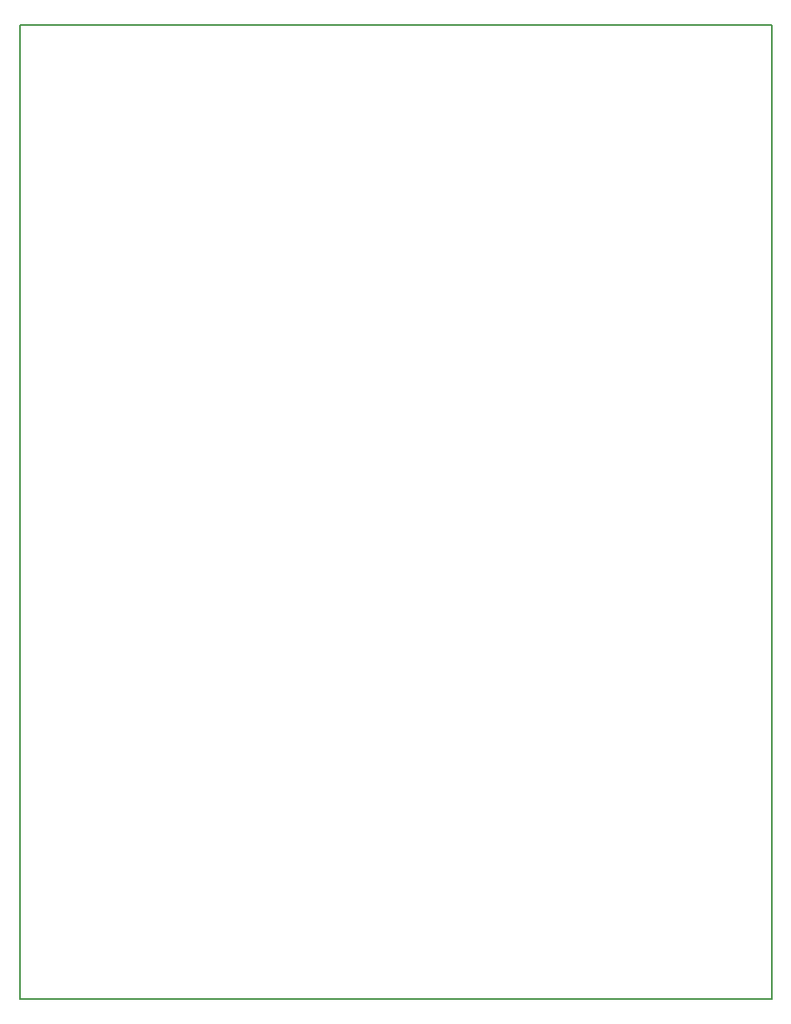
<source format=gm1>
G04 #@! TF.FileFunction,Profile,NP*
%FSLAX46Y46*%
G04 Gerber Fmt 4.6, Leading zero omitted, Abs format (unit mm)*
G04 Created by KiCad (PCBNEW 4.0.2+dfsg1-stable) date Sat 10 Jun 2017 09:37:02 PM MDT*
%MOMM*%
G01*
G04 APERTURE LIST*
%ADD10C,0.100000*%
%ADD11C,0.150000*%
G04 APERTURE END LIST*
D10*
D11*
X49530000Y-136000000D02*
X49530000Y-37000000D01*
X126000000Y-136000000D02*
X49530000Y-136000000D01*
X126000000Y-37000000D02*
X126000000Y-136000000D01*
X49500000Y-37000000D02*
X125970000Y-37000000D01*
M02*

</source>
